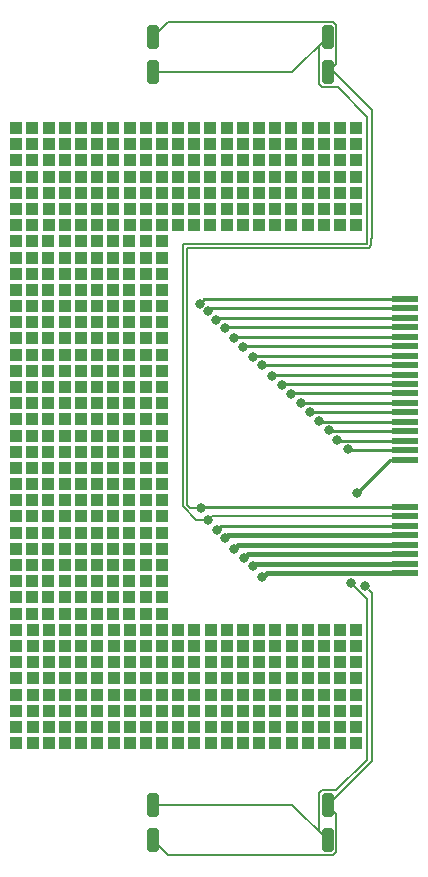
<source format=gbl>
%TF.GenerationSoftware,KiCad,Pcbnew,8.0.4*%
%TF.CreationDate,2025-01-31T00:42:38+01:00*%
%TF.ProjectId,uconsole-expansion-card-template,75636f6e-736f-46c6-952d-657870616e73,0.1*%
%TF.SameCoordinates,Original*%
%TF.FileFunction,Copper,L2,Bot*%
%TF.FilePolarity,Positive*%
%FSLAX46Y46*%
G04 Gerber Fmt 4.6, Leading zero omitted, Abs format (unit mm)*
G04 Created by KiCad (PCBNEW 8.0.4) date 2025-01-31 00:42:38*
%MOMM*%
%LPD*%
G01*
G04 APERTURE LIST*
G04 Aperture macros list*
%AMRoundRect*
0 Rectangle with rounded corners*
0 $1 Rounding radius*
0 $2 $3 $4 $5 $6 $7 $8 $9 X,Y pos of 4 corners*
0 Add a 4 corners polygon primitive as box body*
4,1,4,$2,$3,$4,$5,$6,$7,$8,$9,$2,$3,0*
0 Add four circle primitives for the rounded corners*
1,1,$1+$1,$2,$3*
1,1,$1+$1,$4,$5*
1,1,$1+$1,$6,$7*
1,1,$1+$1,$8,$9*
0 Add four rect primitives between the rounded corners*
20,1,$1+$1,$2,$3,$4,$5,0*
20,1,$1+$1,$4,$5,$6,$7,0*
20,1,$1+$1,$6,$7,$8,$9,0*
20,1,$1+$1,$8,$9,$2,$3,0*%
G04 Aperture macros list end*
%TA.AperFunction,ComponentPad*%
%ADD10R,1.000000X1.000000*%
%TD*%
%TA.AperFunction,ConnectorPad*%
%ADD11R,2.300000X0.600000*%
%TD*%
%TA.AperFunction,ConnectorPad*%
%ADD12RoundRect,0.250000X0.250000X0.750000X-0.250000X0.750000X-0.250000X-0.750000X0.250000X-0.750000X0*%
%TD*%
%TA.AperFunction,ViaPad*%
%ADD13C,0.800000*%
%TD*%
%TA.AperFunction,Conductor*%
%ADD14C,0.200000*%
%TD*%
%TA.AperFunction,Conductor*%
%ADD15C,0.420000*%
%TD*%
%TA.AperFunction,Conductor*%
%ADD16C,0.250000*%
%TD*%
G04 APERTURE END LIST*
D10*
%TO.P,,1*%
%TO.N,N/C*%
X100070000Y-125790000D03*
%TD*%
%TO.P,,1*%
%TO.N,N/C*%
X102810000Y-125790000D03*
%TD*%
%TO.P,,1*%
%TO.N,N/C*%
X98700000Y-125790000D03*
%TD*%
%TO.P,,1*%
%TO.N,N/C*%
X108290000Y-125790000D03*
%TD*%
%TO.P,,1*%
%TO.N,N/C*%
X106920000Y-125790000D03*
%TD*%
%TO.P,,1*%
%TO.N,N/C*%
X105550000Y-125790000D03*
%TD*%
%TO.P,,1*%
%TO.N,N/C*%
X104180000Y-125790000D03*
%TD*%
%TO.P,,1*%
%TO.N,N/C*%
X101440000Y-125790000D03*
%TD*%
%TO.P,,1*%
%TO.N,N/C*%
X112400000Y-124420000D03*
%TD*%
%TO.P,,1*%
%TO.N,N/C*%
X97330000Y-125790000D03*
%TD*%
%TO.P,,1*%
%TO.N,N/C*%
X95960000Y-125790000D03*
%TD*%
%TO.P,,1*%
%TO.N,N/C*%
X90480000Y-125790000D03*
%TD*%
%TO.P,,1*%
%TO.N,N/C*%
X86370000Y-125790000D03*
%TD*%
%TO.P,,1*%
%TO.N,N/C*%
X106920000Y-124420000D03*
%TD*%
%TO.P,,1*%
%TO.N,N/C*%
X111030000Y-124420000D03*
%TD*%
%TO.P,,1*%
%TO.N,N/C*%
X89110000Y-125790000D03*
%TD*%
%TO.P,,1*%
%TO.N,N/C*%
X87740000Y-125790000D03*
%TD*%
%TO.P,,1*%
%TO.N,N/C*%
X109660000Y-124420000D03*
%TD*%
%TO.P,,1*%
%TO.N,N/C*%
X105550000Y-124420000D03*
%TD*%
%TO.P,,1*%
%TO.N,N/C*%
X94590000Y-125790000D03*
%TD*%
%TO.P,,1*%
%TO.N,N/C*%
X104180000Y-124420000D03*
%TD*%
%TO.P,,1*%
%TO.N,N/C*%
X91850000Y-125790000D03*
%TD*%
%TO.P,,1*%
%TO.N,N/C*%
X108290000Y-124420000D03*
%TD*%
%TO.P,,1*%
%TO.N,N/C*%
X85000000Y-125790000D03*
%TD*%
%TO.P,,1*%
%TO.N,N/C*%
X83630000Y-125790000D03*
%TD*%
%TO.P,,1*%
%TO.N,N/C*%
X93220000Y-125790000D03*
%TD*%
%TO.P,,1*%
%TO.N,N/C*%
X101440000Y-124420000D03*
%TD*%
%TO.P,,1*%
%TO.N,N/C*%
X95960000Y-124420000D03*
%TD*%
%TO.P,,1*%
%TO.N,N/C*%
X91850000Y-124420000D03*
%TD*%
%TO.P,,1*%
%TO.N,N/C*%
X85000000Y-124420000D03*
%TD*%
%TO.P,,1*%
%TO.N,N/C*%
X106920000Y-123050000D03*
%TD*%
%TO.P,,1*%
%TO.N,N/C*%
X104180000Y-123050000D03*
%TD*%
%TO.P,,1*%
%TO.N,N/C*%
X90480000Y-124420000D03*
%TD*%
%TO.P,,1*%
%TO.N,N/C*%
X102810000Y-124420000D03*
%TD*%
%TO.P,,1*%
%TO.N,N/C*%
X98700000Y-124420000D03*
%TD*%
%TO.P,,1*%
%TO.N,N/C*%
X94590000Y-124420000D03*
%TD*%
%TO.P,,1*%
%TO.N,N/C*%
X89110000Y-124420000D03*
%TD*%
%TO.P,,1*%
%TO.N,N/C*%
X86370000Y-124420000D03*
%TD*%
%TO.P,,1*%
%TO.N,N/C*%
X83630000Y-124420000D03*
%TD*%
%TO.P,,1*%
%TO.N,N/C*%
X112400000Y-123050000D03*
%TD*%
%TO.P,,1*%
%TO.N,N/C*%
X108290000Y-123050000D03*
%TD*%
%TO.P,,1*%
%TO.N,N/C*%
X111030000Y-123050000D03*
%TD*%
%TO.P,,1*%
%TO.N,N/C*%
X105550000Y-123050000D03*
%TD*%
%TO.P,,1*%
%TO.N,N/C*%
X100070000Y-124420000D03*
%TD*%
%TO.P,,1*%
%TO.N,N/C*%
X97330000Y-124420000D03*
%TD*%
%TO.P,,1*%
%TO.N,N/C*%
X93220000Y-124420000D03*
%TD*%
%TO.P,,1*%
%TO.N,N/C*%
X87740000Y-124420000D03*
%TD*%
%TO.P,,1*%
%TO.N,N/C*%
X109660000Y-123050000D03*
%TD*%
%TO.P,,1*%
%TO.N,N/C*%
X101440000Y-123050000D03*
%TD*%
%TO.P,,1*%
%TO.N,N/C*%
X98700000Y-123050000D03*
%TD*%
%TO.P,,1*%
%TO.N,N/C*%
X94590000Y-123050000D03*
%TD*%
%TO.P,,1*%
%TO.N,N/C*%
X93220000Y-123050000D03*
%TD*%
%TO.P,,1*%
%TO.N,N/C*%
X91850000Y-123050000D03*
%TD*%
%TO.P,,1*%
%TO.N,N/C*%
X85000000Y-123050000D03*
%TD*%
%TO.P,,1*%
%TO.N,N/C*%
X102810000Y-121680000D03*
%TD*%
%TO.P,,1*%
%TO.N,N/C*%
X101440000Y-121680000D03*
%TD*%
%TO.P,,1*%
%TO.N,N/C*%
X86370000Y-123050000D03*
%TD*%
%TO.P,,1*%
%TO.N,N/C*%
X112400000Y-121680000D03*
%TD*%
%TO.P,,1*%
%TO.N,N/C*%
X104180000Y-121680000D03*
%TD*%
%TO.P,,1*%
%TO.N,N/C*%
X87740000Y-123050000D03*
%TD*%
%TO.P,,1*%
%TO.N,N/C*%
X106920000Y-121680000D03*
%TD*%
%TO.P,,1*%
%TO.N,N/C*%
X95960000Y-123050000D03*
%TD*%
%TO.P,,1*%
%TO.N,N/C*%
X89110000Y-123050000D03*
%TD*%
%TO.P,,1*%
%TO.N,N/C*%
X111030000Y-121680000D03*
%TD*%
%TO.P,,1*%
%TO.N,N/C*%
X109660000Y-121680000D03*
%TD*%
%TO.P,,1*%
%TO.N,N/C*%
X102810000Y-123050000D03*
%TD*%
%TO.P,,1*%
%TO.N,N/C*%
X100070000Y-123050000D03*
%TD*%
%TO.P,,1*%
%TO.N,N/C*%
X97330000Y-123050000D03*
%TD*%
%TO.P,,1*%
%TO.N,N/C*%
X108290000Y-121680000D03*
%TD*%
%TO.P,,1*%
%TO.N,N/C*%
X83630000Y-123050000D03*
%TD*%
%TO.P,,1*%
%TO.N,N/C*%
X90480000Y-123050000D03*
%TD*%
%TO.P,,1*%
%TO.N,N/C*%
X105550000Y-121680000D03*
%TD*%
%TO.P,,1*%
%TO.N,N/C*%
X109660000Y-125790000D03*
%TD*%
%TO.P,,1*%
%TO.N,N/C*%
X112400000Y-125790000D03*
%TD*%
%TO.P,,1*%
%TO.N,N/C*%
X111030000Y-125790000D03*
%TD*%
%TO.P,,1*%
%TO.N,N/C*%
X98700000Y-121680000D03*
%TD*%
%TO.P,,1*%
%TO.N,N/C*%
X91850000Y-121680000D03*
%TD*%
%TO.P,,1*%
%TO.N,N/C*%
X95960000Y-121680000D03*
%TD*%
%TO.P,,1*%
%TO.N,N/C*%
X94590000Y-121680000D03*
%TD*%
%TO.P,,1*%
%TO.N,N/C*%
X90480000Y-121680000D03*
%TD*%
%TO.P,,1*%
%TO.N,N/C*%
X100070000Y-121680000D03*
%TD*%
%TO.P,,1*%
%TO.N,N/C*%
X97330000Y-121680000D03*
%TD*%
%TO.P,,1*%
%TO.N,N/C*%
X93220000Y-121680000D03*
%TD*%
%TO.P,,1*%
%TO.N,N/C*%
X89110000Y-121680000D03*
%TD*%
%TO.P,,1*%
%TO.N,N/C*%
X87740000Y-121680000D03*
%TD*%
%TO.P,,1*%
%TO.N,N/C*%
X86370000Y-121680000D03*
%TD*%
%TO.P,,1*%
%TO.N,N/C*%
X112400000Y-120310000D03*
%TD*%
%TO.P,,1*%
%TO.N,N/C*%
X111030000Y-120310000D03*
%TD*%
%TO.P,,1*%
%TO.N,N/C*%
X108290000Y-120310000D03*
%TD*%
%TO.P,,1*%
%TO.N,N/C*%
X105550000Y-120310000D03*
%TD*%
%TO.P,,1*%
%TO.N,N/C*%
X90480000Y-120310000D03*
%TD*%
%TO.P,,1*%
%TO.N,N/C*%
X101440000Y-120310000D03*
%TD*%
%TO.P,,1*%
%TO.N,N/C*%
X104180000Y-120310000D03*
%TD*%
%TO.P,,1*%
%TO.N,N/C*%
X97330000Y-120310000D03*
%TD*%
%TO.P,,1*%
%TO.N,N/C*%
X89110000Y-120310000D03*
%TD*%
%TO.P,,1*%
%TO.N,N/C*%
X94590000Y-120310000D03*
%TD*%
%TO.P,,1*%
%TO.N,N/C*%
X109660000Y-120310000D03*
%TD*%
%TO.P,,1*%
%TO.N,N/C*%
X95960000Y-120310000D03*
%TD*%
%TO.P,,1*%
%TO.N,N/C*%
X86370000Y-120310000D03*
%TD*%
%TO.P,,1*%
%TO.N,N/C*%
X91850000Y-120310000D03*
%TD*%
%TO.P,,1*%
%TO.N,N/C*%
X85000000Y-121680000D03*
%TD*%
%TO.P,,1*%
%TO.N,N/C*%
X106920000Y-120310000D03*
%TD*%
%TO.P,,1*%
%TO.N,N/C*%
X100070000Y-120310000D03*
%TD*%
%TO.P,,1*%
%TO.N,N/C*%
X83630000Y-121680000D03*
%TD*%
%TO.P,,1*%
%TO.N,N/C*%
X102810000Y-120310000D03*
%TD*%
%TO.P,,1*%
%TO.N,N/C*%
X93220000Y-120310000D03*
%TD*%
%TO.P,,1*%
%TO.N,N/C*%
X87740000Y-120310000D03*
%TD*%
%TO.P,,1*%
%TO.N,N/C*%
X98700000Y-120310000D03*
%TD*%
%TO.P,,1*%
%TO.N,N/C*%
X108290000Y-118940000D03*
%TD*%
%TO.P,,1*%
%TO.N,N/C*%
X105550000Y-118940000D03*
%TD*%
%TO.P,,1*%
%TO.N,N/C*%
X98700000Y-118940000D03*
%TD*%
%TO.P,,1*%
%TO.N,N/C*%
X83630000Y-120310000D03*
%TD*%
%TO.P,,1*%
%TO.N,N/C*%
X90480000Y-118940000D03*
%TD*%
%TO.P,,1*%
%TO.N,N/C*%
X112400000Y-118940000D03*
%TD*%
%TO.P,,1*%
%TO.N,N/C*%
X111030000Y-118940000D03*
%TD*%
%TO.P,,1*%
%TO.N,N/C*%
X109660000Y-118940000D03*
%TD*%
%TO.P,,1*%
%TO.N,N/C*%
X104180000Y-118940000D03*
%TD*%
%TO.P,,1*%
%TO.N,N/C*%
X101440000Y-118940000D03*
%TD*%
%TO.P,,1*%
%TO.N,N/C*%
X94590000Y-118940000D03*
%TD*%
%TO.P,,1*%
%TO.N,N/C*%
X93220000Y-118940000D03*
%TD*%
%TO.P,,1*%
%TO.N,N/C*%
X87740000Y-118940000D03*
%TD*%
%TO.P,,1*%
%TO.N,N/C*%
X89110000Y-118940000D03*
%TD*%
%TO.P,,1*%
%TO.N,N/C*%
X106920000Y-118940000D03*
%TD*%
%TO.P,,1*%
%TO.N,N/C*%
X97330000Y-118940000D03*
%TD*%
%TO.P,,1*%
%TO.N,N/C*%
X85000000Y-120310000D03*
%TD*%
%TO.P,,1*%
%TO.N,N/C*%
X100070000Y-118940000D03*
%TD*%
%TO.P,,1*%
%TO.N,N/C*%
X91850000Y-118940000D03*
%TD*%
%TO.P,,1*%
%TO.N,N/C*%
X102810000Y-118940000D03*
%TD*%
%TO.P,,1*%
%TO.N,N/C*%
X95960000Y-118940000D03*
%TD*%
%TO.P,,1*%
%TO.N,N/C*%
X85000000Y-118940000D03*
%TD*%
%TO.P,,1*%
%TO.N,N/C*%
X100070000Y-117570000D03*
%TD*%
%TO.P,,1*%
%TO.N,N/C*%
X83630000Y-118940000D03*
%TD*%
%TO.P,,1*%
%TO.N,N/C*%
X109660000Y-117570000D03*
%TD*%
%TO.P,,1*%
%TO.N,N/C*%
X105550000Y-117570000D03*
%TD*%
%TO.P,,1*%
%TO.N,N/C*%
X101440000Y-117570000D03*
%TD*%
%TO.P,,1*%
%TO.N,N/C*%
X97330000Y-117570000D03*
%TD*%
%TO.P,,1*%
%TO.N,N/C*%
X112400000Y-117570000D03*
%TD*%
%TO.P,,1*%
%TO.N,N/C*%
X111030000Y-117570000D03*
%TD*%
%TO.P,,1*%
%TO.N,N/C*%
X108290000Y-117570000D03*
%TD*%
%TO.P,,1*%
%TO.N,N/C*%
X106920000Y-117570000D03*
%TD*%
%TO.P,,1*%
%TO.N,N/C*%
X104180000Y-117570000D03*
%TD*%
%TO.P,,1*%
%TO.N,N/C*%
X95960000Y-117570000D03*
%TD*%
%TO.P,,1*%
%TO.N,N/C*%
X102810000Y-117570000D03*
%TD*%
%TO.P,,1*%
%TO.N,N/C*%
X94590000Y-117570000D03*
%TD*%
%TO.P,,1*%
%TO.N,N/C*%
X98700000Y-117570000D03*
%TD*%
%TO.P,,1*%
%TO.N,N/C*%
X93220000Y-117570000D03*
%TD*%
%TO.P,,1*%
%TO.N,N/C*%
X86370000Y-118940000D03*
%TD*%
%TO.P,,1*%
%TO.N,N/C*%
X97330000Y-116200000D03*
%TD*%
%TO.P,,1*%
%TO.N,N/C*%
X91850000Y-116200000D03*
%TD*%
%TO.P,,1*%
%TO.N,N/C*%
X94590000Y-116200000D03*
%TD*%
%TO.P,,1*%
%TO.N,N/C*%
X86370000Y-116200000D03*
%TD*%
%TO.P,,1*%
%TO.N,N/C*%
X93220000Y-116200000D03*
%TD*%
%TO.P,,1*%
%TO.N,N/C*%
X89110000Y-116200000D03*
%TD*%
%TO.P,,1*%
%TO.N,N/C*%
X108290000Y-116200000D03*
%TD*%
%TO.P,,1*%
%TO.N,N/C*%
X106920000Y-116200000D03*
%TD*%
%TO.P,,1*%
%TO.N,N/C*%
X90480000Y-116200000D03*
%TD*%
%TO.P,,1*%
%TO.N,N/C*%
X100070000Y-116200000D03*
%TD*%
%TO.P,,1*%
%TO.N,N/C*%
X111030000Y-116200000D03*
%TD*%
%TO.P,,1*%
%TO.N,N/C*%
X105550000Y-116200000D03*
%TD*%
%TO.P,,1*%
%TO.N,N/C*%
X104180000Y-116200000D03*
%TD*%
%TO.P,,1*%
%TO.N,N/C*%
X101440000Y-116200000D03*
%TD*%
%TO.P,,1*%
%TO.N,N/C*%
X87740000Y-116200000D03*
%TD*%
%TO.P,,1*%
%TO.N,N/C*%
X109660000Y-116200000D03*
%TD*%
%TO.P,,1*%
%TO.N,N/C*%
X102810000Y-116200000D03*
%TD*%
%TO.P,,1*%
%TO.N,N/C*%
X98700000Y-116200000D03*
%TD*%
%TO.P,,1*%
%TO.N,N/C*%
X95960000Y-116200000D03*
%TD*%
%TO.P,,1*%
%TO.N,N/C*%
X85000000Y-116200000D03*
%TD*%
%TO.P,,1*%
%TO.N,N/C*%
X91850000Y-117570000D03*
%TD*%
%TO.P,,1*%
%TO.N,N/C*%
X90480000Y-117570000D03*
%TD*%
%TO.P,,1*%
%TO.N,N/C*%
X89110000Y-117570000D03*
%TD*%
%TO.P,,1*%
%TO.N,N/C*%
X87740000Y-117570000D03*
%TD*%
%TO.P,,1*%
%TO.N,N/C*%
X86370000Y-117570000D03*
%TD*%
%TO.P,,1*%
%TO.N,N/C*%
X83630000Y-117570000D03*
%TD*%
%TO.P,,1*%
%TO.N,N/C*%
X85000000Y-117570000D03*
%TD*%
%TO.P,,1*%
%TO.N,N/C*%
X112400000Y-116200000D03*
%TD*%
%TO.P,,1*%
%TO.N,N/C*%
X95930000Y-114810000D03*
%TD*%
%TO.P,,1*%
%TO.N,N/C*%
X94560000Y-114810000D03*
%TD*%
%TO.P,,1*%
%TO.N,N/C*%
X93190000Y-114810000D03*
%TD*%
%TO.P,,1*%
%TO.N,N/C*%
X91820000Y-114810000D03*
%TD*%
%TO.P,,1*%
%TO.N,N/C*%
X90450000Y-114810000D03*
%TD*%
%TO.P,,1*%
%TO.N,N/C*%
X89080000Y-114810000D03*
%TD*%
%TO.P,,1*%
%TO.N,N/C*%
X87710000Y-114810000D03*
%TD*%
%TO.P,,1*%
%TO.N,N/C*%
X86340000Y-114810000D03*
%TD*%
%TO.P,,1*%
%TO.N,N/C*%
X84970000Y-114810000D03*
%TD*%
%TO.P,,1*%
%TO.N,N/C*%
X83600000Y-114810000D03*
%TD*%
%TO.P,,1*%
%TO.N,N/C*%
X95930000Y-113440000D03*
%TD*%
%TO.P,,1*%
%TO.N,N/C*%
X94560000Y-113440000D03*
%TD*%
%TO.P,,1*%
%TO.N,N/C*%
X93190000Y-113440000D03*
%TD*%
%TO.P,,1*%
%TO.N,N/C*%
X91820000Y-113440000D03*
%TD*%
%TO.P,,1*%
%TO.N,N/C*%
X90450000Y-113440000D03*
%TD*%
%TO.P,,1*%
%TO.N,N/C*%
X89080000Y-113440000D03*
%TD*%
%TO.P,,1*%
%TO.N,N/C*%
X87710000Y-113440000D03*
%TD*%
%TO.P,,1*%
%TO.N,N/C*%
X86340000Y-113440000D03*
%TD*%
%TO.P,,1*%
%TO.N,N/C*%
X84970000Y-113440000D03*
%TD*%
%TO.P,,1*%
%TO.N,N/C*%
X83600000Y-113440000D03*
%TD*%
%TO.P,,1*%
%TO.N,N/C*%
X95930000Y-112070000D03*
%TD*%
%TO.P,,1*%
%TO.N,N/C*%
X94560000Y-112070000D03*
%TD*%
%TO.P,,1*%
%TO.N,N/C*%
X93190000Y-112070000D03*
%TD*%
%TO.P,,1*%
%TO.N,N/C*%
X91820000Y-112070000D03*
%TD*%
%TO.P,,1*%
%TO.N,N/C*%
X90450000Y-112070000D03*
%TD*%
%TO.P,,1*%
%TO.N,N/C*%
X89080000Y-112070000D03*
%TD*%
%TO.P,,1*%
%TO.N,N/C*%
X87710000Y-112070000D03*
%TD*%
%TO.P,,1*%
%TO.N,N/C*%
X86340000Y-112070000D03*
%TD*%
%TO.P,,1*%
%TO.N,N/C*%
X84970000Y-112070000D03*
%TD*%
%TO.P,,1*%
%TO.N,N/C*%
X83600000Y-112070000D03*
%TD*%
%TO.P,,1*%
%TO.N,N/C*%
X95930000Y-110700000D03*
%TD*%
%TO.P,,1*%
%TO.N,N/C*%
X94560000Y-110700000D03*
%TD*%
%TO.P,,1*%
%TO.N,N/C*%
X93190000Y-110700000D03*
%TD*%
%TO.P,,1*%
%TO.N,N/C*%
X91820000Y-110700000D03*
%TD*%
%TO.P,,1*%
%TO.N,N/C*%
X90450000Y-110700000D03*
%TD*%
%TO.P,,1*%
%TO.N,N/C*%
X89080000Y-110700000D03*
%TD*%
%TO.P,,1*%
%TO.N,N/C*%
X87710000Y-110700000D03*
%TD*%
%TO.P,,1*%
%TO.N,N/C*%
X86340000Y-110700000D03*
%TD*%
%TO.P,,1*%
%TO.N,N/C*%
X84970000Y-110700000D03*
%TD*%
%TO.P,,1*%
%TO.N,N/C*%
X83600000Y-110700000D03*
%TD*%
%TO.P,,1*%
%TO.N,N/C*%
X95930000Y-109330000D03*
%TD*%
%TO.P,,1*%
%TO.N,N/C*%
X94560000Y-109330000D03*
%TD*%
%TO.P,,1*%
%TO.N,N/C*%
X93190000Y-109330000D03*
%TD*%
%TO.P,,1*%
%TO.N,N/C*%
X91820000Y-109330000D03*
%TD*%
%TO.P,,1*%
%TO.N,N/C*%
X90450000Y-109330000D03*
%TD*%
%TO.P,,1*%
%TO.N,N/C*%
X89080000Y-109330000D03*
%TD*%
%TO.P,,1*%
%TO.N,N/C*%
X87710000Y-109330000D03*
%TD*%
%TO.P,,1*%
%TO.N,N/C*%
X86340000Y-109330000D03*
%TD*%
%TO.P,,1*%
%TO.N,N/C*%
X84970000Y-109330000D03*
%TD*%
%TO.P,,1*%
%TO.N,N/C*%
X83600000Y-109330000D03*
%TD*%
%TO.P,,1*%
%TO.N,N/C*%
X95930000Y-107960000D03*
%TD*%
%TO.P,,1*%
%TO.N,N/C*%
X94560000Y-107960000D03*
%TD*%
%TO.P,,1*%
%TO.N,N/C*%
X93190000Y-107960000D03*
%TD*%
%TO.P,,1*%
%TO.N,N/C*%
X91820000Y-107960000D03*
%TD*%
%TO.P,,1*%
%TO.N,N/C*%
X90450000Y-107960000D03*
%TD*%
%TO.P,,1*%
%TO.N,N/C*%
X89080000Y-107960000D03*
%TD*%
%TO.P,,1*%
%TO.N,N/C*%
X87710000Y-107960000D03*
%TD*%
%TO.P,,1*%
%TO.N,N/C*%
X86340000Y-107960000D03*
%TD*%
%TO.P,,1*%
%TO.N,N/C*%
X84970000Y-107960000D03*
%TD*%
%TO.P,,1*%
%TO.N,N/C*%
X83600000Y-107960000D03*
%TD*%
%TO.P,,1*%
%TO.N,N/C*%
X95930000Y-106590000D03*
%TD*%
%TO.P,,1*%
%TO.N,N/C*%
X94560000Y-106590000D03*
%TD*%
%TO.P,,1*%
%TO.N,N/C*%
X93190000Y-106590000D03*
%TD*%
%TO.P,,1*%
%TO.N,N/C*%
X91820000Y-106590000D03*
%TD*%
%TO.P,,1*%
%TO.N,N/C*%
X90450000Y-106590000D03*
%TD*%
%TO.P,,1*%
%TO.N,N/C*%
X89080000Y-106590000D03*
%TD*%
%TO.P,,1*%
%TO.N,N/C*%
X87710000Y-106590000D03*
%TD*%
%TO.P,,1*%
%TO.N,N/C*%
X86340000Y-106590000D03*
%TD*%
%TO.P,,1*%
%TO.N,N/C*%
X84970000Y-106590000D03*
%TD*%
%TO.P,,1*%
%TO.N,N/C*%
X83600000Y-106590000D03*
%TD*%
%TO.P,,1*%
%TO.N,N/C*%
X95930000Y-105220000D03*
%TD*%
%TO.P,,1*%
%TO.N,N/C*%
X94560000Y-105220000D03*
%TD*%
%TO.P,,1*%
%TO.N,N/C*%
X93190000Y-105220000D03*
%TD*%
%TO.P,,1*%
%TO.N,N/C*%
X91820000Y-105220000D03*
%TD*%
%TO.P,,1*%
%TO.N,N/C*%
X90450000Y-105220000D03*
%TD*%
%TO.P,,1*%
%TO.N,N/C*%
X89080000Y-105220000D03*
%TD*%
%TO.P,,1*%
%TO.N,N/C*%
X87710000Y-105220000D03*
%TD*%
%TO.P,,1*%
%TO.N,N/C*%
X86340000Y-105220000D03*
%TD*%
%TO.P,,1*%
%TO.N,N/C*%
X84970000Y-105220000D03*
%TD*%
%TO.P,,1*%
%TO.N,N/C*%
X83600000Y-105220000D03*
%TD*%
%TO.P,,1*%
%TO.N,N/C*%
X95930000Y-103850000D03*
%TD*%
%TO.P,,1*%
%TO.N,N/C*%
X94560000Y-103850000D03*
%TD*%
%TO.P,,1*%
%TO.N,N/C*%
X93190000Y-103850000D03*
%TD*%
%TO.P,,1*%
%TO.N,N/C*%
X91820000Y-103850000D03*
%TD*%
%TO.P,,1*%
%TO.N,N/C*%
X90450000Y-103850000D03*
%TD*%
%TO.P,,1*%
%TO.N,N/C*%
X89080000Y-103850000D03*
%TD*%
%TO.P,,1*%
%TO.N,N/C*%
X87710000Y-103850000D03*
%TD*%
%TO.P,,1*%
%TO.N,N/C*%
X86340000Y-103850000D03*
%TD*%
%TO.P,,1*%
%TO.N,N/C*%
X84970000Y-103850000D03*
%TD*%
%TO.P,,1*%
%TO.N,N/C*%
X83600000Y-103850000D03*
%TD*%
%TO.P,,1*%
%TO.N,N/C*%
X95930000Y-102480000D03*
%TD*%
%TO.P,,1*%
%TO.N,N/C*%
X94560000Y-102480000D03*
%TD*%
%TO.P,,1*%
%TO.N,N/C*%
X93190000Y-102480000D03*
%TD*%
%TO.P,,1*%
%TO.N,N/C*%
X91820000Y-102480000D03*
%TD*%
%TO.P,,1*%
%TO.N,N/C*%
X90450000Y-102480000D03*
%TD*%
%TO.P,,1*%
%TO.N,N/C*%
X89080000Y-102480000D03*
%TD*%
%TO.P,,1*%
%TO.N,N/C*%
X87710000Y-102480000D03*
%TD*%
%TO.P,,1*%
%TO.N,N/C*%
X86340000Y-102480000D03*
%TD*%
%TO.P,,1*%
%TO.N,N/C*%
X84970000Y-102480000D03*
%TD*%
%TO.P,,1*%
%TO.N,N/C*%
X83600000Y-102480000D03*
%TD*%
%TO.P,,1*%
%TO.N,N/C*%
X95930000Y-101110000D03*
%TD*%
%TO.P,,1*%
%TO.N,N/C*%
X94560000Y-101110000D03*
%TD*%
%TO.P,,1*%
%TO.N,N/C*%
X93190000Y-101110000D03*
%TD*%
%TO.P,,1*%
%TO.N,N/C*%
X91820000Y-101110000D03*
%TD*%
%TO.P,,1*%
%TO.N,N/C*%
X90450000Y-101110000D03*
%TD*%
%TO.P,,1*%
%TO.N,N/C*%
X89080000Y-101110000D03*
%TD*%
%TO.P,,1*%
%TO.N,N/C*%
X87710000Y-101110000D03*
%TD*%
%TO.P,,1*%
%TO.N,N/C*%
X86340000Y-101110000D03*
%TD*%
%TO.P,,1*%
%TO.N,N/C*%
X84970000Y-101110000D03*
%TD*%
%TO.P,,1*%
%TO.N,N/C*%
X83600000Y-101110000D03*
%TD*%
%TO.P,,1*%
%TO.N,N/C*%
X95930000Y-99740000D03*
%TD*%
%TO.P,,1*%
%TO.N,N/C*%
X94560000Y-99740000D03*
%TD*%
%TO.P,,1*%
%TO.N,N/C*%
X93190000Y-99740000D03*
%TD*%
%TO.P,,1*%
%TO.N,N/C*%
X91820000Y-99740000D03*
%TD*%
%TO.P,,1*%
%TO.N,N/C*%
X90450000Y-99740000D03*
%TD*%
%TO.P,,1*%
%TO.N,N/C*%
X89080000Y-99740000D03*
%TD*%
%TO.P,,1*%
%TO.N,N/C*%
X87710000Y-99740000D03*
%TD*%
%TO.P,,1*%
%TO.N,N/C*%
X86340000Y-99740000D03*
%TD*%
%TO.P,,1*%
%TO.N,N/C*%
X84970000Y-99740000D03*
%TD*%
%TO.P,,1*%
%TO.N,N/C*%
X83600000Y-99740000D03*
%TD*%
%TO.P,,1*%
%TO.N,N/C*%
X95930000Y-98370000D03*
%TD*%
%TO.P,,1*%
%TO.N,N/C*%
X94560000Y-98370000D03*
%TD*%
%TO.P,,1*%
%TO.N,N/C*%
X93190000Y-98370000D03*
%TD*%
%TO.P,,1*%
%TO.N,N/C*%
X91820000Y-98370000D03*
%TD*%
%TO.P,,1*%
%TO.N,N/C*%
X90450000Y-98370000D03*
%TD*%
%TO.P,,1*%
%TO.N,N/C*%
X89080000Y-98370000D03*
%TD*%
%TO.P,,1*%
%TO.N,N/C*%
X87710000Y-98370000D03*
%TD*%
%TO.P,,1*%
%TO.N,N/C*%
X86340000Y-98370000D03*
%TD*%
%TO.P,,1*%
%TO.N,N/C*%
X84970000Y-98370000D03*
%TD*%
%TO.P,,1*%
%TO.N,N/C*%
X83600000Y-98370000D03*
%TD*%
%TO.P,,1*%
%TO.N,N/C*%
X95930000Y-97000000D03*
%TD*%
%TO.P,,1*%
%TO.N,N/C*%
X94560000Y-97000000D03*
%TD*%
%TO.P,,1*%
%TO.N,N/C*%
X93190000Y-97000000D03*
%TD*%
%TO.P,,1*%
%TO.N,N/C*%
X91820000Y-97000000D03*
%TD*%
%TO.P,,1*%
%TO.N,N/C*%
X90450000Y-97000000D03*
%TD*%
%TO.P,,1*%
%TO.N,N/C*%
X89080000Y-97000000D03*
%TD*%
%TO.P,,1*%
%TO.N,N/C*%
X87710000Y-97000000D03*
%TD*%
%TO.P,,1*%
%TO.N,N/C*%
X86340000Y-97000000D03*
%TD*%
%TO.P,,1*%
%TO.N,N/C*%
X84970000Y-97000000D03*
%TD*%
%TO.P,,1*%
%TO.N,N/C*%
X83600000Y-97000000D03*
%TD*%
%TO.P,,1*%
%TO.N,N/C*%
X95930000Y-95630000D03*
%TD*%
%TO.P,,1*%
%TO.N,N/C*%
X94560000Y-95630000D03*
%TD*%
%TO.P,,1*%
%TO.N,N/C*%
X93190000Y-95630000D03*
%TD*%
%TO.P,,1*%
%TO.N,N/C*%
X91820000Y-95630000D03*
%TD*%
%TO.P,,1*%
%TO.N,N/C*%
X90450000Y-95630000D03*
%TD*%
%TO.P,,1*%
%TO.N,N/C*%
X89080000Y-95630000D03*
%TD*%
%TO.P,,1*%
%TO.N,N/C*%
X87710000Y-95630000D03*
%TD*%
%TO.P,,1*%
%TO.N,N/C*%
X86340000Y-95630000D03*
%TD*%
%TO.P,,1*%
%TO.N,N/C*%
X84970000Y-95630000D03*
%TD*%
%TO.P,,1*%
%TO.N,N/C*%
X83600000Y-95630000D03*
%TD*%
%TO.P,,1*%
%TO.N,N/C*%
X95930000Y-94260000D03*
%TD*%
%TO.P,,1*%
%TO.N,N/C*%
X94560000Y-94260000D03*
%TD*%
%TO.P,,1*%
%TO.N,N/C*%
X93190000Y-94260000D03*
%TD*%
%TO.P,,1*%
%TO.N,N/C*%
X91820000Y-94260000D03*
%TD*%
%TO.P,,1*%
%TO.N,N/C*%
X90450000Y-94260000D03*
%TD*%
%TO.P,,1*%
%TO.N,N/C*%
X89080000Y-94260000D03*
%TD*%
%TO.P,,1*%
%TO.N,N/C*%
X87710000Y-94260000D03*
%TD*%
%TO.P,,1*%
%TO.N,N/C*%
X86340000Y-94260000D03*
%TD*%
%TO.P,,1*%
%TO.N,N/C*%
X84970000Y-94260000D03*
%TD*%
%TO.P,,1*%
%TO.N,N/C*%
X83600000Y-94260000D03*
%TD*%
%TO.P,,1*%
%TO.N,N/C*%
X95930000Y-92890000D03*
%TD*%
%TO.P,,1*%
%TO.N,N/C*%
X94560000Y-92890000D03*
%TD*%
%TO.P,,1*%
%TO.N,N/C*%
X93190000Y-92890000D03*
%TD*%
%TO.P,,1*%
%TO.N,N/C*%
X91820000Y-92890000D03*
%TD*%
%TO.P,,1*%
%TO.N,N/C*%
X90450000Y-92890000D03*
%TD*%
%TO.P,,1*%
%TO.N,N/C*%
X89080000Y-92890000D03*
%TD*%
%TO.P,,1*%
%TO.N,N/C*%
X87710000Y-92890000D03*
%TD*%
%TO.P,,1*%
%TO.N,N/C*%
X86340000Y-92890000D03*
%TD*%
%TO.P,,1*%
%TO.N,N/C*%
X84970000Y-92890000D03*
%TD*%
%TO.P,,1*%
%TO.N,N/C*%
X83600000Y-92890000D03*
%TD*%
%TO.P,,1*%
%TO.N,N/C*%
X95930000Y-91520000D03*
%TD*%
%TO.P,,1*%
%TO.N,N/C*%
X94560000Y-91520000D03*
%TD*%
%TO.P,,1*%
%TO.N,N/C*%
X93190000Y-91520000D03*
%TD*%
%TO.P,,1*%
%TO.N,N/C*%
X91820000Y-91520000D03*
%TD*%
%TO.P,,1*%
%TO.N,N/C*%
X90450000Y-91520000D03*
%TD*%
%TO.P,,1*%
%TO.N,N/C*%
X89080000Y-91520000D03*
%TD*%
%TO.P,,1*%
%TO.N,N/C*%
X87710000Y-91520000D03*
%TD*%
%TO.P,,1*%
%TO.N,N/C*%
X86340000Y-91520000D03*
%TD*%
%TO.P,,1*%
%TO.N,N/C*%
X84970000Y-91520000D03*
%TD*%
%TO.P,,1*%
%TO.N,N/C*%
X83600000Y-91520000D03*
%TD*%
%TO.P,,1*%
%TO.N,N/C*%
X95930000Y-90150000D03*
%TD*%
%TO.P,,1*%
%TO.N,N/C*%
X94560000Y-90150000D03*
%TD*%
%TO.P,,1*%
%TO.N,N/C*%
X93190000Y-90150000D03*
%TD*%
%TO.P,,1*%
%TO.N,N/C*%
X91820000Y-90150000D03*
%TD*%
%TO.P,,1*%
%TO.N,N/C*%
X90450000Y-90150000D03*
%TD*%
%TO.P,,1*%
%TO.N,N/C*%
X89080000Y-90150000D03*
%TD*%
%TO.P,,1*%
%TO.N,N/C*%
X87710000Y-90150000D03*
%TD*%
%TO.P,,1*%
%TO.N,N/C*%
X86340000Y-90150000D03*
%TD*%
%TO.P,,1*%
%TO.N,N/C*%
X84970000Y-90150000D03*
%TD*%
%TO.P,,1*%
%TO.N,N/C*%
X83600000Y-90150000D03*
%TD*%
%TO.P,,1*%
%TO.N,N/C*%
X95930000Y-88780000D03*
%TD*%
%TO.P,,1*%
%TO.N,N/C*%
X94560000Y-88780000D03*
%TD*%
%TO.P,,1*%
%TO.N,N/C*%
X93190000Y-88780000D03*
%TD*%
%TO.P,,1*%
%TO.N,N/C*%
X91820000Y-88780000D03*
%TD*%
%TO.P,,1*%
%TO.N,N/C*%
X90450000Y-88780000D03*
%TD*%
%TO.P,,1*%
%TO.N,N/C*%
X89080000Y-88780000D03*
%TD*%
%TO.P,,1*%
%TO.N,N/C*%
X87710000Y-88780000D03*
%TD*%
%TO.P,,1*%
%TO.N,N/C*%
X86340000Y-88780000D03*
%TD*%
%TO.P,,1*%
%TO.N,N/C*%
X84970000Y-88780000D03*
%TD*%
%TO.P,,1*%
%TO.N,N/C*%
X83600000Y-88780000D03*
%TD*%
%TO.P,,1*%
%TO.N,N/C*%
X95930000Y-87410000D03*
%TD*%
%TO.P,,1*%
%TO.N,N/C*%
X94560000Y-87410000D03*
%TD*%
%TO.P,,1*%
%TO.N,N/C*%
X93190000Y-87410000D03*
%TD*%
%TO.P,,1*%
%TO.N,N/C*%
X91820000Y-87410000D03*
%TD*%
%TO.P,,1*%
%TO.N,N/C*%
X90450000Y-87410000D03*
%TD*%
%TO.P,,1*%
%TO.N,N/C*%
X89080000Y-87410000D03*
%TD*%
%TO.P,,1*%
%TO.N,N/C*%
X87710000Y-87410000D03*
%TD*%
%TO.P,,1*%
%TO.N,N/C*%
X86340000Y-87410000D03*
%TD*%
%TO.P,,1*%
%TO.N,N/C*%
X84970000Y-87410000D03*
%TD*%
%TO.P,,1*%
%TO.N,N/C*%
X83600000Y-87410000D03*
%TD*%
%TO.P,,1*%
%TO.N,N/C*%
X95930000Y-86040000D03*
%TD*%
%TO.P,,1*%
%TO.N,N/C*%
X94560000Y-86040000D03*
%TD*%
%TO.P,,1*%
%TO.N,N/C*%
X93190000Y-86040000D03*
%TD*%
%TO.P,,1*%
%TO.N,N/C*%
X91820000Y-86040000D03*
%TD*%
%TO.P,,1*%
%TO.N,N/C*%
X90450000Y-86040000D03*
%TD*%
%TO.P,,1*%
%TO.N,N/C*%
X89080000Y-86040000D03*
%TD*%
%TO.P,,1*%
%TO.N,N/C*%
X87710000Y-86040000D03*
%TD*%
%TO.P,,1*%
%TO.N,N/C*%
X86340000Y-86040000D03*
%TD*%
%TO.P,,1*%
%TO.N,N/C*%
X84970000Y-86040000D03*
%TD*%
%TO.P,,1*%
%TO.N,N/C*%
X83600000Y-86040000D03*
%TD*%
%TO.P,,1*%
%TO.N,N/C*%
X95930000Y-84670000D03*
%TD*%
%TO.P,,1*%
%TO.N,N/C*%
X94560000Y-84670000D03*
%TD*%
%TO.P,,1*%
%TO.N,N/C*%
X93190000Y-84670000D03*
%TD*%
%TO.P,,1*%
%TO.N,N/C*%
X91820000Y-84670000D03*
%TD*%
%TO.P,,1*%
%TO.N,N/C*%
X90450000Y-84670000D03*
%TD*%
%TO.P,,1*%
%TO.N,N/C*%
X89080000Y-84670000D03*
%TD*%
%TO.P,,1*%
%TO.N,N/C*%
X87710000Y-84670000D03*
%TD*%
%TO.P,,1*%
%TO.N,N/C*%
X86340000Y-84670000D03*
%TD*%
%TO.P,,1*%
%TO.N,N/C*%
X84970000Y-84670000D03*
%TD*%
%TO.P,,1*%
%TO.N,N/C*%
X83600000Y-84670000D03*
%TD*%
%TO.P,,1*%
%TO.N,N/C*%
X95930000Y-83300000D03*
%TD*%
%TO.P,,1*%
%TO.N,N/C*%
X94560000Y-83300000D03*
%TD*%
%TO.P,,1*%
%TO.N,N/C*%
X93190000Y-83300000D03*
%TD*%
%TO.P,,1*%
%TO.N,N/C*%
X91820000Y-83300000D03*
%TD*%
%TO.P,,1*%
%TO.N,N/C*%
X90450000Y-83300000D03*
%TD*%
%TO.P,,1*%
%TO.N,N/C*%
X89080000Y-83300000D03*
%TD*%
%TO.P,,1*%
%TO.N,N/C*%
X87710000Y-83300000D03*
%TD*%
%TO.P,,1*%
%TO.N,N/C*%
X86340000Y-83300000D03*
%TD*%
%TO.P,,1*%
%TO.N,N/C*%
X84970000Y-83300000D03*
%TD*%
%TO.P,,1*%
%TO.N,N/C*%
X83600000Y-83300000D03*
%TD*%
%TO.P,,1*%
%TO.N,N/C*%
X112387000Y-81931000D03*
%TD*%
%TO.P,,1*%
%TO.N,N/C*%
X111017000Y-81931000D03*
%TD*%
%TO.P,,1*%
%TO.N,N/C*%
X109647000Y-81931000D03*
%TD*%
%TO.P,,1*%
%TO.N,N/C*%
X108277000Y-81931000D03*
%TD*%
%TO.P,,1*%
%TO.N,N/C*%
X106907000Y-81931000D03*
%TD*%
%TO.P,,1*%
%TO.N,N/C*%
X105537000Y-81931000D03*
%TD*%
%TO.P,,1*%
%TO.N,N/C*%
X104167000Y-81931000D03*
%TD*%
%TO.P,,1*%
%TO.N,N/C*%
X102797000Y-81931000D03*
%TD*%
%TO.P,,1*%
%TO.N,N/C*%
X101427000Y-81931000D03*
%TD*%
%TO.P,,1*%
%TO.N,N/C*%
X100057000Y-81931000D03*
%TD*%
%TO.P,,1*%
%TO.N,N/C*%
X98687000Y-81931000D03*
%TD*%
%TO.P,,1*%
%TO.N,N/C*%
X97317000Y-81931000D03*
%TD*%
%TO.P,,1*%
%TO.N,N/C*%
X95947000Y-81931000D03*
%TD*%
%TO.P,,1*%
%TO.N,N/C*%
X94577000Y-81931000D03*
%TD*%
%TO.P,,1*%
%TO.N,N/C*%
X93207000Y-81931000D03*
%TD*%
%TO.P,,1*%
%TO.N,N/C*%
X91837000Y-81931000D03*
%TD*%
%TO.P,,1*%
%TO.N,N/C*%
X90467000Y-81931000D03*
%TD*%
%TO.P,,1*%
%TO.N,N/C*%
X89097000Y-81931000D03*
%TD*%
%TO.P,,1*%
%TO.N,N/C*%
X87727000Y-81931000D03*
%TD*%
%TO.P,,1*%
%TO.N,N/C*%
X86357000Y-81931000D03*
%TD*%
%TO.P,,1*%
%TO.N,N/C*%
X84987000Y-81931000D03*
%TD*%
%TO.P,,1*%
%TO.N,N/C*%
X83617000Y-81931000D03*
%TD*%
%TO.P,,1*%
%TO.N,N/C*%
X112387000Y-80561000D03*
%TD*%
%TO.P,,1*%
%TO.N,N/C*%
X111017000Y-80561000D03*
%TD*%
%TO.P,,1*%
%TO.N,N/C*%
X109647000Y-80561000D03*
%TD*%
%TO.P,,1*%
%TO.N,N/C*%
X108277000Y-80561000D03*
%TD*%
%TO.P,,1*%
%TO.N,N/C*%
X106907000Y-80561000D03*
%TD*%
%TO.P,,1*%
%TO.N,N/C*%
X105537000Y-80561000D03*
%TD*%
%TO.P,,1*%
%TO.N,N/C*%
X104167000Y-80561000D03*
%TD*%
%TO.P,,1*%
%TO.N,N/C*%
X102797000Y-80561000D03*
%TD*%
%TO.P,,1*%
%TO.N,N/C*%
X101427000Y-80561000D03*
%TD*%
%TO.P,,1*%
%TO.N,N/C*%
X100057000Y-80561000D03*
%TD*%
%TO.P,,1*%
%TO.N,N/C*%
X98687000Y-80561000D03*
%TD*%
%TO.P,,1*%
%TO.N,N/C*%
X97317000Y-80561000D03*
%TD*%
%TO.P,,1*%
%TO.N,N/C*%
X95947000Y-80561000D03*
%TD*%
%TO.P,,1*%
%TO.N,N/C*%
X94577000Y-80561000D03*
%TD*%
%TO.P,,1*%
%TO.N,N/C*%
X93207000Y-80561000D03*
%TD*%
%TO.P,,1*%
%TO.N,N/C*%
X91837000Y-80561000D03*
%TD*%
%TO.P,,1*%
%TO.N,N/C*%
X90467000Y-80561000D03*
%TD*%
%TO.P,,1*%
%TO.N,N/C*%
X89097000Y-80561000D03*
%TD*%
%TO.P,,1*%
%TO.N,N/C*%
X87727000Y-80561000D03*
%TD*%
%TO.P,,1*%
%TO.N,N/C*%
X86357000Y-80561000D03*
%TD*%
%TO.P,,1*%
%TO.N,N/C*%
X84987000Y-80561000D03*
%TD*%
%TO.P,,1*%
%TO.N,N/C*%
X83617000Y-80561000D03*
%TD*%
%TO.P,,1*%
%TO.N,N/C*%
X112387000Y-79191000D03*
%TD*%
%TO.P,,1*%
%TO.N,N/C*%
X111017000Y-79191000D03*
%TD*%
%TO.P,,1*%
%TO.N,N/C*%
X109647000Y-79191000D03*
%TD*%
%TO.P,,1*%
%TO.N,N/C*%
X108277000Y-79191000D03*
%TD*%
%TO.P,,1*%
%TO.N,N/C*%
X106907000Y-79191000D03*
%TD*%
%TO.P,,1*%
%TO.N,N/C*%
X105537000Y-79191000D03*
%TD*%
%TO.P,,1*%
%TO.N,N/C*%
X104167000Y-79191000D03*
%TD*%
%TO.P,,1*%
%TO.N,N/C*%
X102797000Y-79191000D03*
%TD*%
%TO.P,,1*%
%TO.N,N/C*%
X101427000Y-79191000D03*
%TD*%
%TO.P,,1*%
%TO.N,N/C*%
X100057000Y-79191000D03*
%TD*%
%TO.P,,1*%
%TO.N,N/C*%
X98687000Y-79191000D03*
%TD*%
%TO.P,,1*%
%TO.N,N/C*%
X97317000Y-79191000D03*
%TD*%
%TO.P,,1*%
%TO.N,N/C*%
X95947000Y-79191000D03*
%TD*%
%TO.P,,1*%
%TO.N,N/C*%
X94577000Y-79191000D03*
%TD*%
%TO.P,,1*%
%TO.N,N/C*%
X93207000Y-79191000D03*
%TD*%
%TO.P,,1*%
%TO.N,N/C*%
X91837000Y-79191000D03*
%TD*%
%TO.P,,1*%
%TO.N,N/C*%
X90467000Y-79191000D03*
%TD*%
%TO.P,,1*%
%TO.N,N/C*%
X89097000Y-79191000D03*
%TD*%
%TO.P,,1*%
%TO.N,N/C*%
X87727000Y-79191000D03*
%TD*%
%TO.P,,1*%
%TO.N,N/C*%
X86357000Y-79191000D03*
%TD*%
%TO.P,,1*%
%TO.N,N/C*%
X84987000Y-79191000D03*
%TD*%
%TO.P,,1*%
%TO.N,N/C*%
X83617000Y-79191000D03*
%TD*%
%TO.P,,1*%
%TO.N,N/C*%
X112387000Y-77821000D03*
%TD*%
%TO.P,,1*%
%TO.N,N/C*%
X111017000Y-77821000D03*
%TD*%
%TO.P,,1*%
%TO.N,N/C*%
X109647000Y-77821000D03*
%TD*%
%TO.P,,1*%
%TO.N,N/C*%
X108277000Y-77821000D03*
%TD*%
%TO.P,,1*%
%TO.N,N/C*%
X106907000Y-77821000D03*
%TD*%
%TO.P,,1*%
%TO.N,N/C*%
X105537000Y-77821000D03*
%TD*%
%TO.P,,1*%
%TO.N,N/C*%
X104167000Y-77821000D03*
%TD*%
%TO.P,,1*%
%TO.N,N/C*%
X102797000Y-77821000D03*
%TD*%
%TO.P,,1*%
%TO.N,N/C*%
X101427000Y-77821000D03*
%TD*%
%TO.P,,1*%
%TO.N,N/C*%
X100057000Y-77821000D03*
%TD*%
%TO.P,,1*%
%TO.N,N/C*%
X98687000Y-77821000D03*
%TD*%
%TO.P,,1*%
%TO.N,N/C*%
X97317000Y-77821000D03*
%TD*%
%TO.P,,1*%
%TO.N,N/C*%
X95947000Y-77821000D03*
%TD*%
%TO.P,,1*%
%TO.N,N/C*%
X94577000Y-77821000D03*
%TD*%
%TO.P,,1*%
%TO.N,N/C*%
X93207000Y-77821000D03*
%TD*%
%TO.P,,1*%
%TO.N,N/C*%
X91837000Y-77821000D03*
%TD*%
%TO.P,,1*%
%TO.N,N/C*%
X90467000Y-77821000D03*
%TD*%
%TO.P,,1*%
%TO.N,N/C*%
X89097000Y-77821000D03*
%TD*%
%TO.P,,1*%
%TO.N,N/C*%
X87727000Y-77821000D03*
%TD*%
%TO.P,,1*%
%TO.N,N/C*%
X86357000Y-77821000D03*
%TD*%
%TO.P,,1*%
%TO.N,N/C*%
X84987000Y-77821000D03*
%TD*%
%TO.P,,1*%
%TO.N,N/C*%
X83617000Y-77821000D03*
%TD*%
%TO.P,,1*%
%TO.N,N/C*%
X112387000Y-76451000D03*
%TD*%
%TO.P,,1*%
%TO.N,N/C*%
X111017000Y-76451000D03*
%TD*%
%TO.P,,1*%
%TO.N,N/C*%
X109647000Y-76451000D03*
%TD*%
%TO.P,,1*%
%TO.N,N/C*%
X108277000Y-76451000D03*
%TD*%
%TO.P,,1*%
%TO.N,N/C*%
X106907000Y-76451000D03*
%TD*%
%TO.P,,1*%
%TO.N,N/C*%
X105537000Y-76451000D03*
%TD*%
%TO.P,,1*%
%TO.N,N/C*%
X104167000Y-76451000D03*
%TD*%
%TO.P,,1*%
%TO.N,N/C*%
X102797000Y-76451000D03*
%TD*%
%TO.P,,1*%
%TO.N,N/C*%
X101427000Y-76451000D03*
%TD*%
%TO.P,,1*%
%TO.N,N/C*%
X100057000Y-76451000D03*
%TD*%
%TO.P,,1*%
%TO.N,N/C*%
X98687000Y-76451000D03*
%TD*%
%TO.P,,1*%
%TO.N,N/C*%
X97317000Y-76451000D03*
%TD*%
%TO.P,,1*%
%TO.N,N/C*%
X95947000Y-76451000D03*
%TD*%
%TO.P,,1*%
%TO.N,N/C*%
X94577000Y-76451000D03*
%TD*%
%TO.P,,1*%
%TO.N,N/C*%
X93207000Y-76451000D03*
%TD*%
%TO.P,,1*%
%TO.N,N/C*%
X91837000Y-76451000D03*
%TD*%
%TO.P,,1*%
%TO.N,N/C*%
X90467000Y-76451000D03*
%TD*%
%TO.P,,1*%
%TO.N,N/C*%
X89097000Y-76451000D03*
%TD*%
%TO.P,,1*%
%TO.N,N/C*%
X87727000Y-76451000D03*
%TD*%
%TO.P,,1*%
%TO.N,N/C*%
X86357000Y-76451000D03*
%TD*%
%TO.P,,1*%
%TO.N,N/C*%
X84987000Y-76451000D03*
%TD*%
%TO.P,,1*%
%TO.N,N/C*%
X83617000Y-76451000D03*
%TD*%
%TO.P,,1*%
%TO.N,N/C*%
X112387000Y-75081000D03*
%TD*%
%TO.P,,1*%
%TO.N,N/C*%
X111017000Y-75081000D03*
%TD*%
%TO.P,,1*%
%TO.N,N/C*%
X109647000Y-75081000D03*
%TD*%
%TO.P,,1*%
%TO.N,N/C*%
X108277000Y-75081000D03*
%TD*%
%TO.P,,1*%
%TO.N,N/C*%
X106907000Y-75081000D03*
%TD*%
%TO.P,,1*%
%TO.N,N/C*%
X105537000Y-75081000D03*
%TD*%
%TO.P,,1*%
%TO.N,N/C*%
X104167000Y-75081000D03*
%TD*%
%TO.P,,1*%
%TO.N,N/C*%
X102797000Y-75081000D03*
%TD*%
%TO.P,,1*%
%TO.N,N/C*%
X101427000Y-75081000D03*
%TD*%
%TO.P,,1*%
%TO.N,N/C*%
X100057000Y-75081000D03*
%TD*%
%TO.P,,1*%
%TO.N,N/C*%
X98687000Y-75081000D03*
%TD*%
%TO.P,,1*%
%TO.N,N/C*%
X97317000Y-75081000D03*
%TD*%
%TO.P,,1*%
%TO.N,N/C*%
X95947000Y-75081000D03*
%TD*%
%TO.P,,1*%
%TO.N,N/C*%
X94577000Y-75081000D03*
%TD*%
%TO.P,,1*%
%TO.N,N/C*%
X93207000Y-75081000D03*
%TD*%
%TO.P,,1*%
%TO.N,N/C*%
X91837000Y-75081000D03*
%TD*%
%TO.P,,1*%
%TO.N,N/C*%
X90467000Y-75081000D03*
%TD*%
%TO.P,,1*%
%TO.N,N/C*%
X89097000Y-75081000D03*
%TD*%
%TO.P,,1*%
%TO.N,N/C*%
X87727000Y-75081000D03*
%TD*%
%TO.P,,1*%
%TO.N,N/C*%
X86357000Y-75081000D03*
%TD*%
%TO.P,,1*%
%TO.N,N/C*%
X84987000Y-75081000D03*
%TD*%
%TO.P,,1*%
%TO.N,N/C*%
X83617000Y-75081000D03*
%TD*%
%TO.P,,1*%
%TO.N,N/C*%
X112387000Y-73711000D03*
%TD*%
%TO.P,,1*%
%TO.N,N/C*%
X111017000Y-73711000D03*
%TD*%
%TO.P,,1*%
%TO.N,N/C*%
X109647000Y-73711000D03*
%TD*%
%TO.P,,1*%
%TO.N,N/C*%
X108277000Y-73711000D03*
%TD*%
%TO.P,,1*%
%TO.N,N/C*%
X106907000Y-73711000D03*
%TD*%
%TO.P,,1*%
%TO.N,N/C*%
X105537000Y-73711000D03*
%TD*%
%TO.P,,1*%
%TO.N,N/C*%
X104167000Y-73711000D03*
%TD*%
%TO.P,,1*%
%TO.N,N/C*%
X102797000Y-73711000D03*
%TD*%
%TO.P,,1*%
%TO.N,N/C*%
X101427000Y-73711000D03*
%TD*%
%TO.P,,1*%
%TO.N,N/C*%
X100057000Y-73711000D03*
%TD*%
%TO.P,,1*%
%TO.N,N/C*%
X98687000Y-73711000D03*
%TD*%
%TO.P,,1*%
%TO.N,N/C*%
X97317000Y-73711000D03*
%TD*%
%TO.P,,1*%
%TO.N,N/C*%
X95947000Y-73711000D03*
%TD*%
%TO.P,,1*%
%TO.N,N/C*%
X94577000Y-73711000D03*
%TD*%
%TO.P,,1*%
%TO.N,N/C*%
X93207000Y-73711000D03*
%TD*%
%TO.P,,1*%
%TO.N,N/C*%
X91837000Y-73711000D03*
%TD*%
%TO.P,,1*%
%TO.N,N/C*%
X90467000Y-73711000D03*
%TD*%
%TO.P,,1*%
%TO.N,N/C*%
X89097000Y-73711000D03*
%TD*%
%TO.P,,1*%
%TO.N,N/C*%
X87727000Y-73711000D03*
%TD*%
%TO.P,,1*%
%TO.N,N/C*%
X86357000Y-73711000D03*
%TD*%
%TO.P,,1*%
%TO.N,N/C*%
X84987000Y-73711000D03*
%TD*%
%TO.P,,1*%
%TO.N,N/C*%
X83617000Y-73711000D03*
%TD*%
D11*
%TO.P,U1,2,5V*%
%TO.N,+5V*%
X116485000Y-111380000D03*
%TO.P,U1,4,5V*%
X116485000Y-110580000D03*
%TO.P,U1,6,5V*%
X116485000Y-109780000D03*
%TO.P,U1,8,5V*%
X116485000Y-108980000D03*
%TO.P,U1,10,5V*%
X116485000Y-108180000D03*
%TO.P,U1,12,GND*%
%TO.N,GND*%
X116485000Y-107380000D03*
%TO.P,U1,14,SPK_RP*%
%TO.N,/SPEAKER_RP*%
X116485000Y-106580000D03*
%TO.P,U1,16,SPK_RN*%
%TO.N,/SPEAKER_RN*%
X116485000Y-105780000D03*
%TO.P,U1,18,GPIO28*%
%TO.N,/GPIO28*%
X116485000Y-101780000D03*
%TO.P,U1,20,GPIO29*%
%TO.N,/GPIO29*%
X116485000Y-100980000D03*
%TO.P,U1,22,GPIO30*%
%TO.N,/GPIO30*%
X116485000Y-100180000D03*
%TO.P,U1,24,GPIO31*%
%TO.N,/GPIO31*%
X116485000Y-99380000D03*
%TO.P,U1,26,GPIO32*%
%TO.N,/GPIO32*%
X116485000Y-98580000D03*
%TO.P,U1,28,GPIO33*%
%TO.N,/GPIO33*%
X116485000Y-97780000D03*
%TO.P,U1,30,GPIO34*%
%TO.N,/GPIO34*%
X116485000Y-96980000D03*
%TO.P,U1,32,GPIO35*%
%TO.N,/GPIO35*%
X116485000Y-96180000D03*
%TO.P,U1,34,GPIO36*%
%TO.N,/GPIO36*%
X116485000Y-95380000D03*
%TO.P,U1,36,GPIO37*%
%TO.N,/GPIO37*%
X116485000Y-94580000D03*
%TO.P,U1,38,GPIO38*%
%TO.N,/GPIO38*%
X116485000Y-93780000D03*
%TO.P,U1,40,GPIO39*%
%TO.N,/GPIO39*%
X116485000Y-92980000D03*
%TO.P,U1,42,GPIO40*%
%TO.N,/GPIO40*%
X116485000Y-92180000D03*
%TO.P,U1,44,GPIO41*%
%TO.N,/GPIO41*%
X116485000Y-91380000D03*
%TO.P,U1,46,GPIO42*%
%TO.N,/GPIO42*%
X116485000Y-90580000D03*
%TO.P,U1,48,GPIO43*%
%TO.N,/GPIO43*%
X116485000Y-89780000D03*
%TO.P,U1,50,GPIO44*%
%TO.N,/GPIO44*%
X116485000Y-88980000D03*
%TO.P,U1,52,GPIO45*%
%TO.N,/GPIO45*%
X116485000Y-88180000D03*
%TD*%
D12*
%TO.P,U3,1,P1*%
%TO.N,/SPEAKER_LP*%
X109965000Y-131000000D03*
%TO.P,U3,2,N1*%
%TO.N,/SPEAKER_LN*%
X109965000Y-134000000D03*
%TO.P,U3,3,P2*%
%TO.N,/SPEAKER_LP*%
X95195000Y-134000000D03*
%TO.P,U3,4,N2*%
%TO.N,/SPEAKER_LN*%
X95195000Y-131000000D03*
%TD*%
%TO.P,U2,1,P1*%
%TO.N,/SPEAKER_RP*%
X109965000Y-66000000D03*
%TO.P,U2,2,N1*%
%TO.N,/SPEAKER_RN*%
X109965000Y-69000000D03*
%TO.P,U2,3,P2*%
%TO.N,/SPEAKER_RP*%
X95195000Y-69000000D03*
%TO.P,U2,4,N2*%
%TO.N,/SPEAKER_RN*%
X95195000Y-66000000D03*
%TD*%
D10*
%TO.P,,1*%
%TO.N,N/C*%
X83600000Y-116200000D03*
%TD*%
D13*
%TO.N,/SPEAKER_LP*%
X113159620Y-112494380D03*
%TO.N,/SPEAKER_LN*%
X111981963Y-112235963D03*
%TO.N,+5V*%
X103656998Y-110820998D03*
X104457002Y-111746999D03*
X102857001Y-110148001D03*
X102056996Y-109348002D03*
X101261157Y-108424901D03*
%TO.N,GND*%
X100568601Y-107774616D03*
%TO.N,/GPIO28*%
X112446000Y-104572000D03*
%TO.N,/GPIO29*%
X111684000Y-100888990D03*
%TO.N,/GPIO30*%
X110795000Y-100127002D03*
%TO.N,/GPIO31*%
X110082749Y-99261501D03*
%TO.N,/GPIO32*%
X109270999Y-98475999D03*
%TO.N,/GPIO33*%
X108446400Y-97710197D03*
%TO.N,/GPIO34*%
X107705664Y-96999917D03*
%TO.N,/GPIO35*%
X106858000Y-96189998D03*
%TO.N,/GPIO36*%
X106096000Y-95428000D03*
%TO.N,/GPIO37*%
X105276442Y-94730658D03*
%TO.N,/GPIO38*%
X104445004Y-93777000D03*
%TO.N,/GPIO39*%
X103646247Y-93105247D03*
%TO.N,/GPIO40*%
X102794000Y-92253000D03*
%TO.N,/GPIO41*%
X102032000Y-91491000D03*
%TO.N,/GPIO42*%
X101270000Y-90602000D03*
%TO.N,/GPIO43*%
X100508000Y-89967000D03*
%TO.N,/GPIO44*%
X99876193Y-89175492D03*
%TO.N,/GPIO45*%
X99132000Y-88585000D03*
%TO.N,/SPEAKER_RN*%
X99238000Y-105842000D03*
%TO.N,/SPEAKER_RP*%
X99873000Y-106858000D03*
%TD*%
D14*
%TO.N,/SPEAKER_LN*%
X110720026Y-129750000D02*
X109500966Y-129750000D01*
X113300000Y-113554000D02*
X113300000Y-127170026D01*
X113300000Y-127170026D02*
X110720026Y-129750000D01*
X109500966Y-129750000D02*
X109215000Y-130035966D01*
X111981963Y-112235963D02*
X113300000Y-113554000D01*
X109215000Y-130035966D02*
X109215000Y-133250000D01*
X109215000Y-133250000D02*
X109965000Y-134000000D01*
%TO.N,/SPEAKER_LP*%
X113700000Y-113034760D02*
X113462000Y-112796760D01*
X109965000Y-131000000D02*
X113700000Y-127265000D01*
X113700000Y-127265000D02*
X113700000Y-113034760D01*
%TO.N,/SPEAKER_RP*%
X98870026Y-106858000D02*
X99873000Y-106858000D01*
X97745000Y-83500000D02*
X97745000Y-105732974D01*
X113335000Y-83500000D02*
X97745000Y-83500000D01*
X110827000Y-70250000D02*
X113335000Y-72758000D01*
X109215000Y-69964034D02*
X109500966Y-70250000D01*
X113335000Y-72758000D02*
X113335000Y-83500000D01*
X109215000Y-66750000D02*
X109215000Y-69964034D01*
X109965000Y-66000000D02*
X109215000Y-66750000D01*
X109500966Y-70250000D02*
X110827000Y-70250000D01*
%TO.N,/SPEAKER_RN*%
X113716000Y-72187000D02*
X110529000Y-69000000D01*
X113685000Y-83013000D02*
X113716000Y-82982000D01*
X98095000Y-83850000D02*
X113479975Y-83850000D01*
X98095000Y-105588000D02*
X98095000Y-83850000D01*
X113479975Y-83850000D02*
X113685000Y-83644975D01*
X113685000Y-83644975D02*
X113685000Y-83013000D01*
X113716000Y-82982000D02*
X113716000Y-72187000D01*
X99238000Y-105842000D02*
X98349000Y-105842000D01*
%TO.N,/SPEAKER_RP*%
X97745000Y-105732974D02*
X98870026Y-106858000D01*
%TO.N,/SPEAKER_RN*%
X98349000Y-105842000D02*
X98095000Y-105588000D01*
X110529000Y-69000000D02*
X109965000Y-69000000D01*
%TO.N,/SPEAKER_LP*%
X96445000Y-135250000D02*
X95195000Y-134000000D01*
X110715000Y-131750000D02*
X110715000Y-135005000D01*
X110715000Y-135005000D02*
X110470000Y-135250000D01*
X110470000Y-135250000D02*
X96445000Y-135250000D01*
X109965000Y-131000000D02*
X110715000Y-131750000D01*
%TO.N,/SPEAKER_LN*%
X109965000Y-134000000D02*
X106965000Y-131000000D01*
X106965000Y-131000000D02*
X95195000Y-131000000D01*
D15*
%TO.N,+5V*%
X116485000Y-111380000D02*
X104824001Y-111380000D01*
X116485000Y-108180000D02*
X101506058Y-108180000D01*
X104824001Y-111380000D02*
X104457002Y-111746999D01*
X116485000Y-110580000D02*
X103897996Y-110580000D01*
X103897996Y-110580000D02*
X103656998Y-110820998D01*
X101506058Y-108180000D02*
X101261157Y-108424901D01*
X116485000Y-108980000D02*
X102424998Y-108980000D01*
X116485000Y-109780000D02*
X103225002Y-109780000D01*
X102424998Y-108980000D02*
X102056996Y-109348002D01*
X103225002Y-109780000D02*
X102857001Y-110148001D01*
D16*
%TO.N,GND*%
X116485000Y-107380000D02*
X100963217Y-107380000D01*
X100963217Y-107380000D02*
X100568601Y-107774616D01*
%TO.N,/GPIO28*%
X115238000Y-101780000D02*
X112446000Y-104572000D01*
X116485000Y-101780000D02*
X115238000Y-101780000D01*
%TO.N,/GPIO29*%
X111775010Y-100980000D02*
X111684000Y-100888990D01*
X116485000Y-100980000D02*
X111775010Y-100980000D01*
%TO.N,/GPIO30*%
X116485000Y-100180000D02*
X110847998Y-100180000D01*
X110847998Y-100180000D02*
X110795000Y-100127002D01*
%TO.N,/GPIO31*%
X116485000Y-99380000D02*
X110201248Y-99380000D01*
X110201248Y-99380000D02*
X110082749Y-99261501D01*
%TO.N,/GPIO32*%
X116485000Y-98580000D02*
X109375000Y-98580000D01*
X109375000Y-98580000D02*
X109270999Y-98475999D01*
%TO.N,/GPIO33*%
X116485000Y-97780000D02*
X108516203Y-97780000D01*
X108516203Y-97780000D02*
X108446400Y-97710197D01*
%TO.N,/GPIO34*%
X107725581Y-96980000D02*
X107705664Y-96999917D01*
X116485000Y-96980000D02*
X107725581Y-96980000D01*
%TO.N,/GPIO35*%
X106867998Y-96180000D02*
X106858000Y-96189998D01*
X116485000Y-96180000D02*
X106867998Y-96180000D01*
%TO.N,/GPIO36*%
X116485000Y-95380000D02*
X106144000Y-95380000D01*
X106144000Y-95380000D02*
X106096000Y-95428000D01*
%TO.N,/GPIO37*%
X116485000Y-94580000D02*
X105427100Y-94580000D01*
X105427100Y-94580000D02*
X105276442Y-94730658D01*
%TO.N,/GPIO38*%
X104448004Y-93780000D02*
X104445004Y-93777000D01*
X116485000Y-93780000D02*
X104448004Y-93780000D01*
%TO.N,/GPIO39*%
X116485000Y-92980000D02*
X103771494Y-92980000D01*
X103771494Y-92980000D02*
X103646247Y-93105247D01*
%TO.N,/GPIO40*%
X102867000Y-92180000D02*
X102794000Y-92253000D01*
X116485000Y-92180000D02*
X102867000Y-92180000D01*
%TO.N,/GPIO41*%
X116485000Y-91380000D02*
X102143000Y-91380000D01*
X102143000Y-91380000D02*
X102032000Y-91491000D01*
%TO.N,/GPIO42*%
X101292000Y-90580000D02*
X101270000Y-90602000D01*
X116485000Y-90580000D02*
X101292000Y-90580000D01*
%TO.N,/GPIO43*%
X100695000Y-89780000D02*
X100508000Y-89967000D01*
X116485000Y-89780000D02*
X100695000Y-89780000D01*
%TO.N,/GPIO44*%
X100071685Y-88980000D02*
X99876193Y-89175492D01*
X116485000Y-88980000D02*
X100071685Y-88980000D01*
%TO.N,/GPIO45*%
X99537000Y-88180000D02*
X99132000Y-88585000D01*
X116485000Y-88180000D02*
X99537000Y-88180000D01*
D14*
%TO.N,/SPEAKER_RN*%
X110470000Y-64750000D02*
X96445000Y-64750000D01*
X110715000Y-68250000D02*
X110715000Y-64995000D01*
D16*
X99300000Y-105780000D02*
X99238000Y-105842000D01*
D14*
X109965000Y-69000000D02*
X110715000Y-68250000D01*
X96445000Y-64750000D02*
X95195000Y-66000000D01*
X110715000Y-64995000D02*
X110470000Y-64750000D01*
D16*
X116485000Y-105780000D02*
X99300000Y-105780000D01*
D14*
%TO.N,/SPEAKER_RP*%
X106965000Y-69000000D02*
X95195000Y-69000000D01*
X116485000Y-106580000D02*
X100151000Y-106580000D01*
X100151000Y-106580000D02*
X99873000Y-106858000D01*
X109965000Y-66000000D02*
X106965000Y-69000000D01*
%TD*%
M02*

</source>
